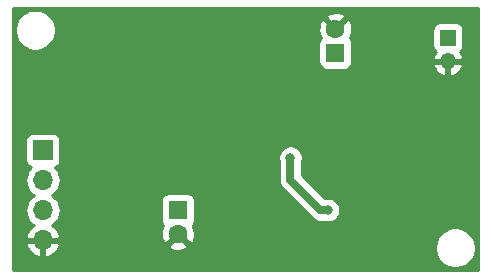
<source format=gbr>
G04 #@! TF.GenerationSoftware,KiCad,Pcbnew,5.1.2*
G04 #@! TF.CreationDate,2019-08-10T03:31:52+02:00*
G04 #@! TF.ProjectId,sclock,73636c6f-636b-42e6-9b69-6361645f7063,rev?*
G04 #@! TF.SameCoordinates,Original*
G04 #@! TF.FileFunction,Copper,L2,Bot*
G04 #@! TF.FilePolarity,Positive*
%FSLAX46Y46*%
G04 Gerber Fmt 4.6, Leading zero omitted, Abs format (unit mm)*
G04 Created by KiCad (PCBNEW 5.1.2) date 2019-08-10 03:31:52*
%MOMM*%
%LPD*%
G04 APERTURE LIST*
%ADD10R,1.600000X1.600000*%
%ADD11C,1.600000*%
%ADD12R,1.700000X1.700000*%
%ADD13O,1.700000X1.700000*%
%ADD14R,1.350000X1.350000*%
%ADD15O,1.350000X1.350000*%
%ADD16C,0.800000*%
%ADD17C,0.700000*%
%ADD18C,0.254000*%
G04 APERTURE END LIST*
D10*
X80010000Y-78740000D03*
D11*
X80010000Y-80740000D03*
X93345000Y-63405000D03*
D10*
X93345000Y-65405000D03*
D12*
X68580000Y-73660000D03*
D13*
X68580000Y-76200000D03*
X68580000Y-78740000D03*
X68580000Y-81280000D03*
D14*
X102870000Y-64135000D03*
D15*
X102870000Y-66135000D03*
D16*
X86995000Y-78740000D03*
X97155000Y-80645000D03*
X103505000Y-76835000D03*
X89535000Y-74295000D03*
X92710000Y-78740000D03*
D17*
X89535000Y-75475000D02*
X89535000Y-76200000D01*
X89535000Y-76200000D02*
X92075000Y-78740000D01*
X92075000Y-78740000D02*
X92710000Y-78740000D01*
X89535000Y-74295000D02*
X89535000Y-75475000D01*
D18*
G36*
X105385000Y-83795000D02*
G01*
X66065000Y-83795000D01*
X66065000Y-81636890D01*
X67138524Y-81636890D01*
X67183175Y-81784099D01*
X67308359Y-82046920D01*
X67482412Y-82280269D01*
X67698645Y-82475178D01*
X67948748Y-82624157D01*
X68223109Y-82721481D01*
X68453000Y-82600814D01*
X68453000Y-81407000D01*
X68707000Y-81407000D01*
X68707000Y-82600814D01*
X68936891Y-82721481D01*
X69211252Y-82624157D01*
X69461355Y-82475178D01*
X69677588Y-82280269D01*
X69851641Y-82046920D01*
X69976825Y-81784099D01*
X69992414Y-81732702D01*
X79196903Y-81732702D01*
X79268486Y-81976671D01*
X79523996Y-82097571D01*
X79798184Y-82166300D01*
X80080512Y-82180217D01*
X80360130Y-82138787D01*
X80626292Y-82043603D01*
X80751514Y-81976671D01*
X80819747Y-81744117D01*
X101770000Y-81744117D01*
X101770000Y-82085883D01*
X101836675Y-82421081D01*
X101967463Y-82736831D01*
X102157337Y-83020998D01*
X102399002Y-83262663D01*
X102683169Y-83452537D01*
X102998919Y-83583325D01*
X103334117Y-83650000D01*
X103675883Y-83650000D01*
X104011081Y-83583325D01*
X104326831Y-83452537D01*
X104610998Y-83262663D01*
X104852663Y-83020998D01*
X105042537Y-82736831D01*
X105173325Y-82421081D01*
X105240000Y-82085883D01*
X105240000Y-81744117D01*
X105173325Y-81408919D01*
X105042537Y-81093169D01*
X104852663Y-80809002D01*
X104610998Y-80567337D01*
X104326831Y-80377463D01*
X104011081Y-80246675D01*
X103675883Y-80180000D01*
X103334117Y-80180000D01*
X102998919Y-80246675D01*
X102683169Y-80377463D01*
X102399002Y-80567337D01*
X102157337Y-80809002D01*
X101967463Y-81093169D01*
X101836675Y-81408919D01*
X101770000Y-81744117D01*
X80819747Y-81744117D01*
X80823097Y-81732702D01*
X80010000Y-80919605D01*
X79196903Y-81732702D01*
X69992414Y-81732702D01*
X70021476Y-81636890D01*
X69900155Y-81407000D01*
X68707000Y-81407000D01*
X68453000Y-81407000D01*
X67259845Y-81407000D01*
X67138524Y-81636890D01*
X66065000Y-81636890D01*
X66065000Y-76200000D01*
X67087815Y-76200000D01*
X67116487Y-76491111D01*
X67201401Y-76771034D01*
X67339294Y-77029014D01*
X67524866Y-77255134D01*
X67750986Y-77440706D01*
X67805791Y-77470000D01*
X67750986Y-77499294D01*
X67524866Y-77684866D01*
X67339294Y-77910986D01*
X67201401Y-78168966D01*
X67116487Y-78448889D01*
X67087815Y-78740000D01*
X67116487Y-79031111D01*
X67201401Y-79311034D01*
X67339294Y-79569014D01*
X67524866Y-79795134D01*
X67750986Y-79980706D01*
X67815523Y-80015201D01*
X67698645Y-80084822D01*
X67482412Y-80279731D01*
X67308359Y-80513080D01*
X67183175Y-80775901D01*
X67138524Y-80923110D01*
X67259845Y-81153000D01*
X68453000Y-81153000D01*
X68453000Y-81133000D01*
X68707000Y-81133000D01*
X68707000Y-81153000D01*
X69900155Y-81153000D01*
X70021476Y-80923110D01*
X69987324Y-80810512D01*
X78569783Y-80810512D01*
X78611213Y-81090130D01*
X78706397Y-81356292D01*
X78773329Y-81481514D01*
X79017298Y-81553097D01*
X79830395Y-80740000D01*
X79816253Y-80725858D01*
X79995858Y-80546253D01*
X80010000Y-80560395D01*
X80024143Y-80546253D01*
X80203748Y-80725858D01*
X80189605Y-80740000D01*
X81002702Y-81553097D01*
X81246671Y-81481514D01*
X81367571Y-81226004D01*
X81436300Y-80951816D01*
X81450217Y-80669488D01*
X81408787Y-80389870D01*
X81313603Y-80123708D01*
X81248384Y-80001691D01*
X81261185Y-79991185D01*
X81340537Y-79894494D01*
X81399502Y-79784180D01*
X81435812Y-79664482D01*
X81448072Y-79540000D01*
X81448072Y-77940000D01*
X81435812Y-77815518D01*
X81399502Y-77695820D01*
X81340537Y-77585506D01*
X81261185Y-77488815D01*
X81164494Y-77409463D01*
X81054180Y-77350498D01*
X80934482Y-77314188D01*
X80810000Y-77301928D01*
X79210000Y-77301928D01*
X79085518Y-77314188D01*
X78965820Y-77350498D01*
X78855506Y-77409463D01*
X78758815Y-77488815D01*
X78679463Y-77585506D01*
X78620498Y-77695820D01*
X78584188Y-77815518D01*
X78571928Y-77940000D01*
X78571928Y-79540000D01*
X78584188Y-79664482D01*
X78620498Y-79784180D01*
X78679463Y-79894494D01*
X78758815Y-79991185D01*
X78771758Y-80001807D01*
X78652429Y-80253996D01*
X78583700Y-80528184D01*
X78569783Y-80810512D01*
X69987324Y-80810512D01*
X69976825Y-80775901D01*
X69851641Y-80513080D01*
X69677588Y-80279731D01*
X69461355Y-80084822D01*
X69344477Y-80015201D01*
X69409014Y-79980706D01*
X69635134Y-79795134D01*
X69820706Y-79569014D01*
X69958599Y-79311034D01*
X70043513Y-79031111D01*
X70072185Y-78740000D01*
X70043513Y-78448889D01*
X69958599Y-78168966D01*
X69820706Y-77910986D01*
X69635134Y-77684866D01*
X69409014Y-77499294D01*
X69354209Y-77470000D01*
X69409014Y-77440706D01*
X69635134Y-77255134D01*
X69820706Y-77029014D01*
X69958599Y-76771034D01*
X70043513Y-76491111D01*
X70072185Y-76200000D01*
X70043513Y-75908889D01*
X69958599Y-75628966D01*
X69820706Y-75370986D01*
X69635134Y-75144866D01*
X69605313Y-75120393D01*
X69674180Y-75099502D01*
X69784494Y-75040537D01*
X69881185Y-74961185D01*
X69960537Y-74864494D01*
X70019502Y-74754180D01*
X70055812Y-74634482D01*
X70068072Y-74510000D01*
X70068072Y-74193061D01*
X88500000Y-74193061D01*
X88500000Y-74396939D01*
X88539774Y-74596898D01*
X88550000Y-74621586D01*
X88550001Y-75426612D01*
X88550000Y-75426621D01*
X88550000Y-76151620D01*
X88545235Y-76200000D01*
X88564253Y-76393093D01*
X88620576Y-76578766D01*
X88620577Y-76578767D01*
X88712041Y-76749884D01*
X88835131Y-76899870D01*
X88872711Y-76930711D01*
X91344284Y-79402284D01*
X91375130Y-79439870D01*
X91525116Y-79562960D01*
X91696233Y-79654424D01*
X91881906Y-79710747D01*
X92026620Y-79725000D01*
X92026621Y-79725000D01*
X92074999Y-79729765D01*
X92123377Y-79725000D01*
X92383414Y-79725000D01*
X92408102Y-79735226D01*
X92608061Y-79775000D01*
X92811939Y-79775000D01*
X93011898Y-79735226D01*
X93200256Y-79657205D01*
X93369774Y-79543937D01*
X93513937Y-79399774D01*
X93627205Y-79230256D01*
X93705226Y-79041898D01*
X93745000Y-78841939D01*
X93745000Y-78638061D01*
X93705226Y-78438102D01*
X93627205Y-78249744D01*
X93513937Y-78080226D01*
X93369774Y-77936063D01*
X93200256Y-77822795D01*
X93011898Y-77744774D01*
X92811939Y-77705000D01*
X92608061Y-77705000D01*
X92462044Y-77734044D01*
X90520000Y-75792000D01*
X90520000Y-74621586D01*
X90530226Y-74596898D01*
X90570000Y-74396939D01*
X90570000Y-74193061D01*
X90530226Y-73993102D01*
X90452205Y-73804744D01*
X90338937Y-73635226D01*
X90194774Y-73491063D01*
X90025256Y-73377795D01*
X89836898Y-73299774D01*
X89636939Y-73260000D01*
X89433061Y-73260000D01*
X89233102Y-73299774D01*
X89044744Y-73377795D01*
X88875226Y-73491063D01*
X88731063Y-73635226D01*
X88617795Y-73804744D01*
X88539774Y-73993102D01*
X88500000Y-74193061D01*
X70068072Y-74193061D01*
X70068072Y-72810000D01*
X70055812Y-72685518D01*
X70019502Y-72565820D01*
X69960537Y-72455506D01*
X69881185Y-72358815D01*
X69784494Y-72279463D01*
X69674180Y-72220498D01*
X69554482Y-72184188D01*
X69430000Y-72171928D01*
X67730000Y-72171928D01*
X67605518Y-72184188D01*
X67485820Y-72220498D01*
X67375506Y-72279463D01*
X67278815Y-72358815D01*
X67199463Y-72455506D01*
X67140498Y-72565820D01*
X67104188Y-72685518D01*
X67091928Y-72810000D01*
X67091928Y-74510000D01*
X67104188Y-74634482D01*
X67140498Y-74754180D01*
X67199463Y-74864494D01*
X67278815Y-74961185D01*
X67375506Y-75040537D01*
X67485820Y-75099502D01*
X67554687Y-75120393D01*
X67524866Y-75144866D01*
X67339294Y-75370986D01*
X67201401Y-75628966D01*
X67116487Y-75908889D01*
X67087815Y-76200000D01*
X66065000Y-76200000D01*
X66065000Y-63329117D01*
X66210000Y-63329117D01*
X66210000Y-63670883D01*
X66276675Y-64006081D01*
X66407463Y-64321831D01*
X66597337Y-64605998D01*
X66839002Y-64847663D01*
X67123169Y-65037537D01*
X67438919Y-65168325D01*
X67774117Y-65235000D01*
X68115883Y-65235000D01*
X68451081Y-65168325D01*
X68766831Y-65037537D01*
X69050998Y-64847663D01*
X69292663Y-64605998D01*
X69482537Y-64321831D01*
X69613325Y-64006081D01*
X69680000Y-63670883D01*
X69680000Y-63475512D01*
X91904783Y-63475512D01*
X91946213Y-63755130D01*
X92041397Y-64021292D01*
X92106616Y-64143309D01*
X92093815Y-64153815D01*
X92014463Y-64250506D01*
X91955498Y-64360820D01*
X91919188Y-64480518D01*
X91906928Y-64605000D01*
X91906928Y-66205000D01*
X91919188Y-66329482D01*
X91955498Y-66449180D01*
X92014463Y-66559494D01*
X92093815Y-66656185D01*
X92190506Y-66735537D01*
X92300820Y-66794502D01*
X92420518Y-66830812D01*
X92545000Y-66843072D01*
X94145000Y-66843072D01*
X94269482Y-66830812D01*
X94389180Y-66794502D01*
X94499494Y-66735537D01*
X94596185Y-66656185D01*
X94675537Y-66559494D01*
X94726366Y-66464400D01*
X101602090Y-66464400D01*
X101632762Y-66565528D01*
X101740527Y-66798629D01*
X101891697Y-67006227D01*
X102080463Y-67180344D01*
X102299570Y-67314289D01*
X102540599Y-67402915D01*
X102743000Y-67280085D01*
X102743000Y-66262000D01*
X102997000Y-66262000D01*
X102997000Y-67280085D01*
X103199401Y-67402915D01*
X103440430Y-67314289D01*
X103659537Y-67180344D01*
X103848303Y-67006227D01*
X103999473Y-66798629D01*
X104107238Y-66565528D01*
X104137910Y-66464400D01*
X104014224Y-66262000D01*
X102997000Y-66262000D01*
X102743000Y-66262000D01*
X101725776Y-66262000D01*
X101602090Y-66464400D01*
X94726366Y-66464400D01*
X94734502Y-66449180D01*
X94770812Y-66329482D01*
X94783072Y-66205000D01*
X94783072Y-64605000D01*
X94770812Y-64480518D01*
X94734502Y-64360820D01*
X94675537Y-64250506D01*
X94596185Y-64153815D01*
X94583242Y-64143193D01*
X94702571Y-63891004D01*
X94771300Y-63616816D01*
X94779030Y-63460000D01*
X101556928Y-63460000D01*
X101556928Y-64810000D01*
X101569188Y-64934482D01*
X101605498Y-65054180D01*
X101664463Y-65164494D01*
X101743815Y-65261185D01*
X101837559Y-65338119D01*
X101740527Y-65471371D01*
X101632762Y-65704472D01*
X101602090Y-65805600D01*
X101725776Y-66008000D01*
X102743000Y-66008000D01*
X102743000Y-65988000D01*
X102997000Y-65988000D01*
X102997000Y-66008000D01*
X104014224Y-66008000D01*
X104137910Y-65805600D01*
X104107238Y-65704472D01*
X103999473Y-65471371D01*
X103902441Y-65338119D01*
X103996185Y-65261185D01*
X104075537Y-65164494D01*
X104134502Y-65054180D01*
X104170812Y-64934482D01*
X104183072Y-64810000D01*
X104183072Y-63460000D01*
X104170812Y-63335518D01*
X104134502Y-63215820D01*
X104075537Y-63105506D01*
X103996185Y-63008815D01*
X103899494Y-62929463D01*
X103789180Y-62870498D01*
X103669482Y-62834188D01*
X103545000Y-62821928D01*
X102195000Y-62821928D01*
X102070518Y-62834188D01*
X101950820Y-62870498D01*
X101840506Y-62929463D01*
X101743815Y-63008815D01*
X101664463Y-63105506D01*
X101605498Y-63215820D01*
X101569188Y-63335518D01*
X101556928Y-63460000D01*
X94779030Y-63460000D01*
X94785217Y-63334488D01*
X94743787Y-63054870D01*
X94648603Y-62788708D01*
X94581671Y-62663486D01*
X94337702Y-62591903D01*
X93524605Y-63405000D01*
X93538748Y-63419143D01*
X93359143Y-63598748D01*
X93345000Y-63584605D01*
X93330858Y-63598748D01*
X93151253Y-63419143D01*
X93165395Y-63405000D01*
X92352298Y-62591903D01*
X92108329Y-62663486D01*
X91987429Y-62918996D01*
X91918700Y-63193184D01*
X91904783Y-63475512D01*
X69680000Y-63475512D01*
X69680000Y-63329117D01*
X69613325Y-62993919D01*
X69482537Y-62678169D01*
X69304888Y-62412298D01*
X92531903Y-62412298D01*
X93345000Y-63225395D01*
X94158097Y-62412298D01*
X94086514Y-62168329D01*
X93831004Y-62047429D01*
X93556816Y-61978700D01*
X93274488Y-61964783D01*
X92994870Y-62006213D01*
X92728708Y-62101397D01*
X92603486Y-62168329D01*
X92531903Y-62412298D01*
X69304888Y-62412298D01*
X69292663Y-62394002D01*
X69050998Y-62152337D01*
X68766831Y-61962463D01*
X68451081Y-61831675D01*
X68115883Y-61765000D01*
X67774117Y-61765000D01*
X67438919Y-61831675D01*
X67123169Y-61962463D01*
X66839002Y-62152337D01*
X66597337Y-62394002D01*
X66407463Y-62678169D01*
X66276675Y-62993919D01*
X66210000Y-63329117D01*
X66065000Y-63329117D01*
X66065000Y-61620000D01*
X105385001Y-61620000D01*
X105385000Y-83795000D01*
X105385000Y-83795000D01*
G37*
X105385000Y-83795000D02*
X66065000Y-83795000D01*
X66065000Y-81636890D01*
X67138524Y-81636890D01*
X67183175Y-81784099D01*
X67308359Y-82046920D01*
X67482412Y-82280269D01*
X67698645Y-82475178D01*
X67948748Y-82624157D01*
X68223109Y-82721481D01*
X68453000Y-82600814D01*
X68453000Y-81407000D01*
X68707000Y-81407000D01*
X68707000Y-82600814D01*
X68936891Y-82721481D01*
X69211252Y-82624157D01*
X69461355Y-82475178D01*
X69677588Y-82280269D01*
X69851641Y-82046920D01*
X69976825Y-81784099D01*
X69992414Y-81732702D01*
X79196903Y-81732702D01*
X79268486Y-81976671D01*
X79523996Y-82097571D01*
X79798184Y-82166300D01*
X80080512Y-82180217D01*
X80360130Y-82138787D01*
X80626292Y-82043603D01*
X80751514Y-81976671D01*
X80819747Y-81744117D01*
X101770000Y-81744117D01*
X101770000Y-82085883D01*
X101836675Y-82421081D01*
X101967463Y-82736831D01*
X102157337Y-83020998D01*
X102399002Y-83262663D01*
X102683169Y-83452537D01*
X102998919Y-83583325D01*
X103334117Y-83650000D01*
X103675883Y-83650000D01*
X104011081Y-83583325D01*
X104326831Y-83452537D01*
X104610998Y-83262663D01*
X104852663Y-83020998D01*
X105042537Y-82736831D01*
X105173325Y-82421081D01*
X105240000Y-82085883D01*
X105240000Y-81744117D01*
X105173325Y-81408919D01*
X105042537Y-81093169D01*
X104852663Y-80809002D01*
X104610998Y-80567337D01*
X104326831Y-80377463D01*
X104011081Y-80246675D01*
X103675883Y-80180000D01*
X103334117Y-80180000D01*
X102998919Y-80246675D01*
X102683169Y-80377463D01*
X102399002Y-80567337D01*
X102157337Y-80809002D01*
X101967463Y-81093169D01*
X101836675Y-81408919D01*
X101770000Y-81744117D01*
X80819747Y-81744117D01*
X80823097Y-81732702D01*
X80010000Y-80919605D01*
X79196903Y-81732702D01*
X69992414Y-81732702D01*
X70021476Y-81636890D01*
X69900155Y-81407000D01*
X68707000Y-81407000D01*
X68453000Y-81407000D01*
X67259845Y-81407000D01*
X67138524Y-81636890D01*
X66065000Y-81636890D01*
X66065000Y-76200000D01*
X67087815Y-76200000D01*
X67116487Y-76491111D01*
X67201401Y-76771034D01*
X67339294Y-77029014D01*
X67524866Y-77255134D01*
X67750986Y-77440706D01*
X67805791Y-77470000D01*
X67750986Y-77499294D01*
X67524866Y-77684866D01*
X67339294Y-77910986D01*
X67201401Y-78168966D01*
X67116487Y-78448889D01*
X67087815Y-78740000D01*
X67116487Y-79031111D01*
X67201401Y-79311034D01*
X67339294Y-79569014D01*
X67524866Y-79795134D01*
X67750986Y-79980706D01*
X67815523Y-80015201D01*
X67698645Y-80084822D01*
X67482412Y-80279731D01*
X67308359Y-80513080D01*
X67183175Y-80775901D01*
X67138524Y-80923110D01*
X67259845Y-81153000D01*
X68453000Y-81153000D01*
X68453000Y-81133000D01*
X68707000Y-81133000D01*
X68707000Y-81153000D01*
X69900155Y-81153000D01*
X70021476Y-80923110D01*
X69987324Y-80810512D01*
X78569783Y-80810512D01*
X78611213Y-81090130D01*
X78706397Y-81356292D01*
X78773329Y-81481514D01*
X79017298Y-81553097D01*
X79830395Y-80740000D01*
X79816253Y-80725858D01*
X79995858Y-80546253D01*
X80010000Y-80560395D01*
X80024143Y-80546253D01*
X80203748Y-80725858D01*
X80189605Y-80740000D01*
X81002702Y-81553097D01*
X81246671Y-81481514D01*
X81367571Y-81226004D01*
X81436300Y-80951816D01*
X81450217Y-80669488D01*
X81408787Y-80389870D01*
X81313603Y-80123708D01*
X81248384Y-80001691D01*
X81261185Y-79991185D01*
X81340537Y-79894494D01*
X81399502Y-79784180D01*
X81435812Y-79664482D01*
X81448072Y-79540000D01*
X81448072Y-77940000D01*
X81435812Y-77815518D01*
X81399502Y-77695820D01*
X81340537Y-77585506D01*
X81261185Y-77488815D01*
X81164494Y-77409463D01*
X81054180Y-77350498D01*
X80934482Y-77314188D01*
X80810000Y-77301928D01*
X79210000Y-77301928D01*
X79085518Y-77314188D01*
X78965820Y-77350498D01*
X78855506Y-77409463D01*
X78758815Y-77488815D01*
X78679463Y-77585506D01*
X78620498Y-77695820D01*
X78584188Y-77815518D01*
X78571928Y-77940000D01*
X78571928Y-79540000D01*
X78584188Y-79664482D01*
X78620498Y-79784180D01*
X78679463Y-79894494D01*
X78758815Y-79991185D01*
X78771758Y-80001807D01*
X78652429Y-80253996D01*
X78583700Y-80528184D01*
X78569783Y-80810512D01*
X69987324Y-80810512D01*
X69976825Y-80775901D01*
X69851641Y-80513080D01*
X69677588Y-80279731D01*
X69461355Y-80084822D01*
X69344477Y-80015201D01*
X69409014Y-79980706D01*
X69635134Y-79795134D01*
X69820706Y-79569014D01*
X69958599Y-79311034D01*
X70043513Y-79031111D01*
X70072185Y-78740000D01*
X70043513Y-78448889D01*
X69958599Y-78168966D01*
X69820706Y-77910986D01*
X69635134Y-77684866D01*
X69409014Y-77499294D01*
X69354209Y-77470000D01*
X69409014Y-77440706D01*
X69635134Y-77255134D01*
X69820706Y-77029014D01*
X69958599Y-76771034D01*
X70043513Y-76491111D01*
X70072185Y-76200000D01*
X70043513Y-75908889D01*
X69958599Y-75628966D01*
X69820706Y-75370986D01*
X69635134Y-75144866D01*
X69605313Y-75120393D01*
X69674180Y-75099502D01*
X69784494Y-75040537D01*
X69881185Y-74961185D01*
X69960537Y-74864494D01*
X70019502Y-74754180D01*
X70055812Y-74634482D01*
X70068072Y-74510000D01*
X70068072Y-74193061D01*
X88500000Y-74193061D01*
X88500000Y-74396939D01*
X88539774Y-74596898D01*
X88550000Y-74621586D01*
X88550001Y-75426612D01*
X88550000Y-75426621D01*
X88550000Y-76151620D01*
X88545235Y-76200000D01*
X88564253Y-76393093D01*
X88620576Y-76578766D01*
X88620577Y-76578767D01*
X88712041Y-76749884D01*
X88835131Y-76899870D01*
X88872711Y-76930711D01*
X91344284Y-79402284D01*
X91375130Y-79439870D01*
X91525116Y-79562960D01*
X91696233Y-79654424D01*
X91881906Y-79710747D01*
X92026620Y-79725000D01*
X92026621Y-79725000D01*
X92074999Y-79729765D01*
X92123377Y-79725000D01*
X92383414Y-79725000D01*
X92408102Y-79735226D01*
X92608061Y-79775000D01*
X92811939Y-79775000D01*
X93011898Y-79735226D01*
X93200256Y-79657205D01*
X93369774Y-79543937D01*
X93513937Y-79399774D01*
X93627205Y-79230256D01*
X93705226Y-79041898D01*
X93745000Y-78841939D01*
X93745000Y-78638061D01*
X93705226Y-78438102D01*
X93627205Y-78249744D01*
X93513937Y-78080226D01*
X93369774Y-77936063D01*
X93200256Y-77822795D01*
X93011898Y-77744774D01*
X92811939Y-77705000D01*
X92608061Y-77705000D01*
X92462044Y-77734044D01*
X90520000Y-75792000D01*
X90520000Y-74621586D01*
X90530226Y-74596898D01*
X90570000Y-74396939D01*
X90570000Y-74193061D01*
X90530226Y-73993102D01*
X90452205Y-73804744D01*
X90338937Y-73635226D01*
X90194774Y-73491063D01*
X90025256Y-73377795D01*
X89836898Y-73299774D01*
X89636939Y-73260000D01*
X89433061Y-73260000D01*
X89233102Y-73299774D01*
X89044744Y-73377795D01*
X88875226Y-73491063D01*
X88731063Y-73635226D01*
X88617795Y-73804744D01*
X88539774Y-73993102D01*
X88500000Y-74193061D01*
X70068072Y-74193061D01*
X70068072Y-72810000D01*
X70055812Y-72685518D01*
X70019502Y-72565820D01*
X69960537Y-72455506D01*
X69881185Y-72358815D01*
X69784494Y-72279463D01*
X69674180Y-72220498D01*
X69554482Y-72184188D01*
X69430000Y-72171928D01*
X67730000Y-72171928D01*
X67605518Y-72184188D01*
X67485820Y-72220498D01*
X67375506Y-72279463D01*
X67278815Y-72358815D01*
X67199463Y-72455506D01*
X67140498Y-72565820D01*
X67104188Y-72685518D01*
X67091928Y-72810000D01*
X67091928Y-74510000D01*
X67104188Y-74634482D01*
X67140498Y-74754180D01*
X67199463Y-74864494D01*
X67278815Y-74961185D01*
X67375506Y-75040537D01*
X67485820Y-75099502D01*
X67554687Y-75120393D01*
X67524866Y-75144866D01*
X67339294Y-75370986D01*
X67201401Y-75628966D01*
X67116487Y-75908889D01*
X67087815Y-76200000D01*
X66065000Y-76200000D01*
X66065000Y-63329117D01*
X66210000Y-63329117D01*
X66210000Y-63670883D01*
X66276675Y-64006081D01*
X66407463Y-64321831D01*
X66597337Y-64605998D01*
X66839002Y-64847663D01*
X67123169Y-65037537D01*
X67438919Y-65168325D01*
X67774117Y-65235000D01*
X68115883Y-65235000D01*
X68451081Y-65168325D01*
X68766831Y-65037537D01*
X69050998Y-64847663D01*
X69292663Y-64605998D01*
X69482537Y-64321831D01*
X69613325Y-64006081D01*
X69680000Y-63670883D01*
X69680000Y-63475512D01*
X91904783Y-63475512D01*
X91946213Y-63755130D01*
X92041397Y-64021292D01*
X92106616Y-64143309D01*
X92093815Y-64153815D01*
X92014463Y-64250506D01*
X91955498Y-64360820D01*
X91919188Y-64480518D01*
X91906928Y-64605000D01*
X91906928Y-66205000D01*
X91919188Y-66329482D01*
X91955498Y-66449180D01*
X92014463Y-66559494D01*
X92093815Y-66656185D01*
X92190506Y-66735537D01*
X92300820Y-66794502D01*
X92420518Y-66830812D01*
X92545000Y-66843072D01*
X94145000Y-66843072D01*
X94269482Y-66830812D01*
X94389180Y-66794502D01*
X94499494Y-66735537D01*
X94596185Y-66656185D01*
X94675537Y-66559494D01*
X94726366Y-66464400D01*
X101602090Y-66464400D01*
X101632762Y-66565528D01*
X101740527Y-66798629D01*
X101891697Y-67006227D01*
X102080463Y-67180344D01*
X102299570Y-67314289D01*
X102540599Y-67402915D01*
X102743000Y-67280085D01*
X102743000Y-66262000D01*
X102997000Y-66262000D01*
X102997000Y-67280085D01*
X103199401Y-67402915D01*
X103440430Y-67314289D01*
X103659537Y-67180344D01*
X103848303Y-67006227D01*
X103999473Y-66798629D01*
X104107238Y-66565528D01*
X104137910Y-66464400D01*
X104014224Y-66262000D01*
X102997000Y-66262000D01*
X102743000Y-66262000D01*
X101725776Y-66262000D01*
X101602090Y-66464400D01*
X94726366Y-66464400D01*
X94734502Y-66449180D01*
X94770812Y-66329482D01*
X94783072Y-66205000D01*
X94783072Y-64605000D01*
X94770812Y-64480518D01*
X94734502Y-64360820D01*
X94675537Y-64250506D01*
X94596185Y-64153815D01*
X94583242Y-64143193D01*
X94702571Y-63891004D01*
X94771300Y-63616816D01*
X94779030Y-63460000D01*
X101556928Y-63460000D01*
X101556928Y-64810000D01*
X101569188Y-64934482D01*
X101605498Y-65054180D01*
X101664463Y-65164494D01*
X101743815Y-65261185D01*
X101837559Y-65338119D01*
X101740527Y-65471371D01*
X101632762Y-65704472D01*
X101602090Y-65805600D01*
X101725776Y-66008000D01*
X102743000Y-66008000D01*
X102743000Y-65988000D01*
X102997000Y-65988000D01*
X102997000Y-66008000D01*
X104014224Y-66008000D01*
X104137910Y-65805600D01*
X104107238Y-65704472D01*
X103999473Y-65471371D01*
X103902441Y-65338119D01*
X103996185Y-65261185D01*
X104075537Y-65164494D01*
X104134502Y-65054180D01*
X104170812Y-64934482D01*
X104183072Y-64810000D01*
X104183072Y-63460000D01*
X104170812Y-63335518D01*
X104134502Y-63215820D01*
X104075537Y-63105506D01*
X103996185Y-63008815D01*
X103899494Y-62929463D01*
X103789180Y-62870498D01*
X103669482Y-62834188D01*
X103545000Y-62821928D01*
X102195000Y-62821928D01*
X102070518Y-62834188D01*
X101950820Y-62870498D01*
X101840506Y-62929463D01*
X101743815Y-63008815D01*
X101664463Y-63105506D01*
X101605498Y-63215820D01*
X101569188Y-63335518D01*
X101556928Y-63460000D01*
X94779030Y-63460000D01*
X94785217Y-63334488D01*
X94743787Y-63054870D01*
X94648603Y-62788708D01*
X94581671Y-62663486D01*
X94337702Y-62591903D01*
X93524605Y-63405000D01*
X93538748Y-63419143D01*
X93359143Y-63598748D01*
X93345000Y-63584605D01*
X93330858Y-63598748D01*
X93151253Y-63419143D01*
X93165395Y-63405000D01*
X92352298Y-62591903D01*
X92108329Y-62663486D01*
X91987429Y-62918996D01*
X91918700Y-63193184D01*
X91904783Y-63475512D01*
X69680000Y-63475512D01*
X69680000Y-63329117D01*
X69613325Y-62993919D01*
X69482537Y-62678169D01*
X69304888Y-62412298D01*
X92531903Y-62412298D01*
X93345000Y-63225395D01*
X94158097Y-62412298D01*
X94086514Y-62168329D01*
X93831004Y-62047429D01*
X93556816Y-61978700D01*
X93274488Y-61964783D01*
X92994870Y-62006213D01*
X92728708Y-62101397D01*
X92603486Y-62168329D01*
X92531903Y-62412298D01*
X69304888Y-62412298D01*
X69292663Y-62394002D01*
X69050998Y-62152337D01*
X68766831Y-61962463D01*
X68451081Y-61831675D01*
X68115883Y-61765000D01*
X67774117Y-61765000D01*
X67438919Y-61831675D01*
X67123169Y-61962463D01*
X66839002Y-62152337D01*
X66597337Y-62394002D01*
X66407463Y-62678169D01*
X66276675Y-62993919D01*
X66210000Y-63329117D01*
X66065000Y-63329117D01*
X66065000Y-61620000D01*
X105385001Y-61620000D01*
X105385000Y-83795000D01*
M02*

</source>
